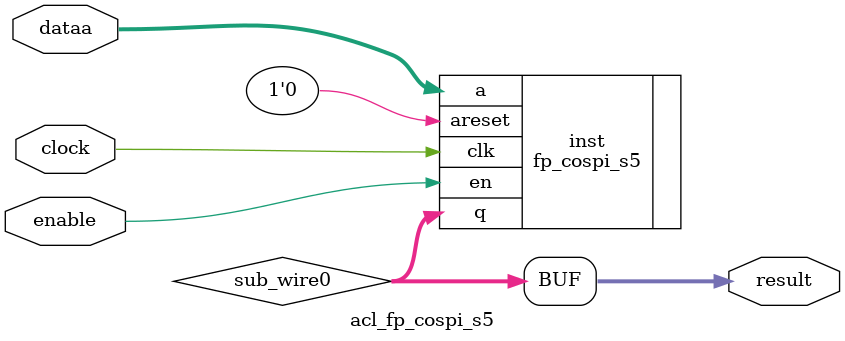
<source format=v>

`timescale 1 ps / 1 ps
// synopsys translate_on
module acl_fp_cospi_s5 (
	enable,
	clock,
	dataa,
	result);

	input	  enable;
	input	  clock;
	input	[31:0]  dataa;
	output	[31:0]  result;

	wire [31:0] sub_wire0;
	wire [31:0] result = sub_wire0[31:0];

	fp_cospi_s5	inst (
				.en (enable),
        .areset(1'b0),
				.clk(clock),
				.a(dataa),
				.q(sub_wire0));

endmodule

</source>
